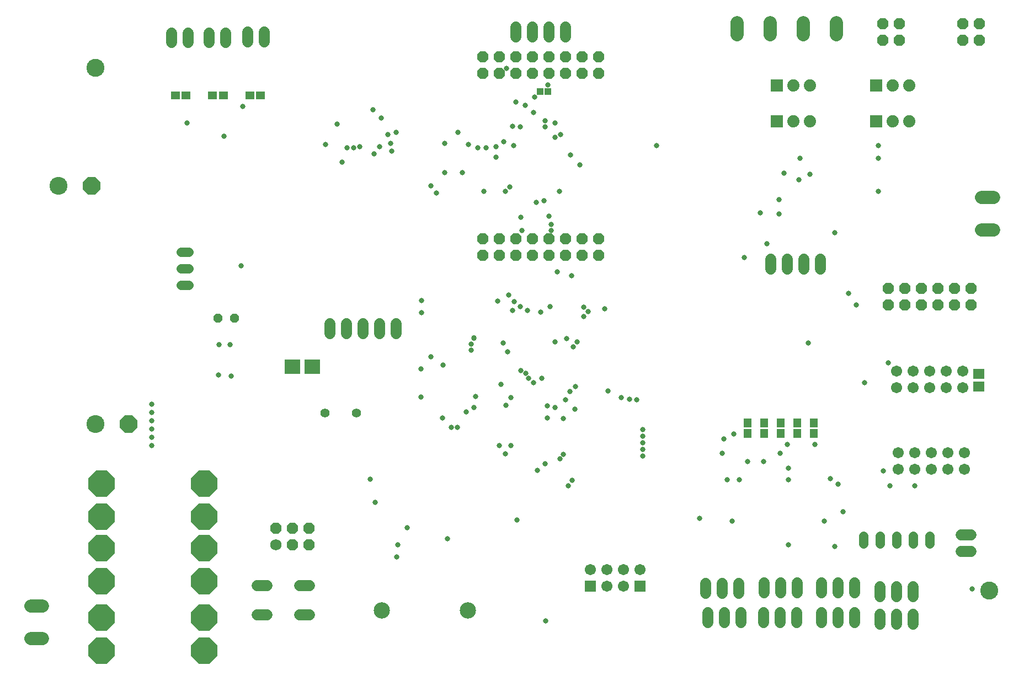
<source format=gbr>
G04 EAGLE Gerber RS-274X export*
G75*
%MOMM*%
%FSLAX34Y34*%
%LPD*%
%INSoldermask Bottom*%
%IPPOS*%
%AMOC8*
5,1,8,0,0,1.08239X$1,22.5*%
G01*
%ADD10R,1.053200X1.103200*%
%ADD11C,2.743200*%
%ADD12P,2.969212X8X22.500000*%
%ADD13R,1.703200X1.503200*%
%ADD14P,1.869504X8X202.500000*%
%ADD15C,1.703200*%
%ADD16C,1.727200*%
%ADD17P,4.343848X8X22.500000*%
%ADD18P,4.343848X8X202.500000*%
%ADD19C,1.993900*%
%ADD20R,2.403200X2.203200*%
%ADD21P,1.539592X8X202.500000*%
%ADD22C,1.422400*%
%ADD23C,1.422400*%
%ADD24R,1.458200X1.309200*%
%ADD25R,1.309200X1.458200*%
%ADD26C,1.727200*%
%ADD27P,1.869504X8X22.500000*%
%ADD28C,2.755900*%
%ADD29C,1.703200*%
%ADD30R,1.703200X1.703200*%
%ADD31R,1.879600X1.879600*%
%ADD32C,1.879600*%
%ADD33C,2.503200*%
%ADD34C,0.808000*%
%ADD35C,0.858000*%


D10*
X862880Y848360D03*
X874480Y848360D03*
D11*
X180340Y337820D03*
D12*
X231140Y337820D03*
D11*
X123190Y703580D03*
D12*
X173990Y703580D03*
D13*
X1535430Y414630D03*
X1535430Y395630D03*
D14*
X1413510Y952500D03*
X1413510Y927100D03*
X1388110Y952500D03*
X1388110Y927100D03*
D15*
X1409700Y393700D03*
X1409700Y419100D03*
X1435100Y393700D03*
X1435100Y419100D03*
X1460500Y393700D03*
X1460500Y419100D03*
X1485900Y393700D03*
X1485900Y419100D03*
X1511300Y393700D03*
X1511300Y419100D03*
X1412240Y267970D03*
X1412240Y293370D03*
X1437640Y267970D03*
X1437640Y293370D03*
X1463040Y267970D03*
X1463040Y293370D03*
X1488440Y267970D03*
X1488440Y293370D03*
X1513840Y267970D03*
X1513840Y293370D03*
D14*
X1524000Y546100D03*
X1498600Y546100D03*
X1473200Y546100D03*
X1447800Y546100D03*
X1422400Y546100D03*
X1397000Y546100D03*
X1524000Y520700D03*
X1498600Y520700D03*
X1473200Y520700D03*
X1447800Y520700D03*
X1422400Y520700D03*
X1397000Y520700D03*
D16*
X1294130Y93980D02*
X1294130Y78740D01*
X1319530Y78740D02*
X1319530Y93980D01*
X1344930Y93980D02*
X1344930Y78740D01*
X1206500Y78740D02*
X1206500Y93980D01*
X1231900Y93980D02*
X1231900Y78740D01*
X1257300Y78740D02*
X1257300Y93980D01*
X1116330Y92710D02*
X1116330Y77470D01*
X1141730Y77470D02*
X1141730Y92710D01*
X1167130Y92710D02*
X1167130Y77470D01*
D17*
X189230Y40640D03*
X346710Y40640D03*
X346710Y-10160D03*
X189230Y-10160D03*
D18*
X346710Y96520D03*
X189230Y96520D03*
X189230Y147320D03*
X346710Y147320D03*
D17*
X189230Y246380D03*
X346710Y246380D03*
X346710Y195580D03*
X189230Y195580D03*
D14*
X1536700Y952500D03*
X1536700Y927100D03*
X1511300Y952500D03*
X1511300Y927100D03*
D19*
X1540447Y635400D02*
X1558354Y635400D01*
X1558354Y685400D02*
X1540447Y685400D01*
X1316990Y935927D02*
X1316990Y953834D01*
X1266190Y953834D02*
X1266190Y935927D01*
X1215390Y935927D02*
X1215390Y953834D01*
X1164590Y953834D02*
X1164590Y935927D01*
D16*
X1508760Y167640D02*
X1524000Y167640D01*
X1524000Y142240D02*
X1508760Y142240D01*
D20*
X482840Y425450D03*
X512840Y425450D03*
D21*
X393700Y500380D03*
X368300Y500380D03*
D16*
X1384300Y45720D02*
X1384300Y30480D01*
X1409700Y30480D02*
X1409700Y45720D01*
X1435100Y45720D02*
X1435100Y30480D01*
D19*
X99124Y58020D02*
X81217Y58020D01*
X81217Y8020D02*
X99124Y8020D01*
D22*
X580390Y354330D03*
X532130Y354330D03*
D23*
X323596Y601980D02*
X311404Y601980D01*
X311404Y551180D02*
X323596Y551180D01*
X323596Y576580D02*
X311404Y576580D01*
D24*
X302890Y842010D03*
X319410Y842010D03*
X360040Y842010D03*
X376560Y842010D03*
X417190Y842010D03*
X433710Y842010D03*
D25*
X1282700Y323210D03*
X1282700Y339730D03*
X1257300Y323210D03*
X1257300Y339730D03*
X1231900Y323210D03*
X1231900Y339730D03*
X1206500Y323210D03*
X1206500Y339730D03*
X1181100Y323210D03*
X1181100Y339730D03*
D16*
X508762Y89916D02*
X493522Y89916D01*
X493522Y44704D02*
X508762Y44704D01*
X443738Y89916D02*
X428498Y89916D01*
X428498Y44704D02*
X443738Y44704D01*
X1384300Y72390D02*
X1384300Y87630D01*
X1409700Y87630D02*
X1409700Y72390D01*
X1435100Y72390D02*
X1435100Y87630D01*
D23*
X1358900Y153924D02*
X1358900Y166116D01*
X1384300Y166116D02*
X1384300Y153924D01*
X1409700Y153924D02*
X1409700Y166116D01*
X1435100Y166116D02*
X1435100Y153924D01*
X1460500Y153924D02*
X1460500Y166116D01*
D16*
X1216660Y575310D02*
X1216660Y590550D01*
X1242060Y590550D02*
X1242060Y575310D01*
X1267460Y575310D02*
X1267460Y590550D01*
X1292860Y590550D02*
X1292860Y575310D01*
D26*
X457200Y152400D03*
D27*
X482600Y152400D03*
X508000Y152400D03*
X457200Y177800D03*
X482600Y177800D03*
X508000Y177800D03*
D14*
X952500Y622300D03*
X927100Y622300D03*
X901700Y622300D03*
X876300Y622300D03*
X850900Y622300D03*
X825500Y622300D03*
X952500Y596900D03*
X927100Y596900D03*
X901700Y596900D03*
X876300Y596900D03*
X850900Y596900D03*
X825500Y596900D03*
X800100Y622300D03*
X774700Y622300D03*
X800100Y596900D03*
X774700Y596900D03*
D27*
X774700Y876300D03*
X800100Y876300D03*
X825500Y876300D03*
X850900Y876300D03*
X876300Y876300D03*
X901700Y876300D03*
X774700Y901700D03*
X800100Y901700D03*
X825500Y901700D03*
X850900Y901700D03*
X876300Y901700D03*
X901700Y901700D03*
X927100Y876300D03*
X952500Y876300D03*
X927100Y901700D03*
X952500Y901700D03*
D16*
X901700Y932180D02*
X901700Y947420D01*
X876300Y947420D02*
X876300Y932180D01*
X850900Y932180D02*
X850900Y947420D01*
X825500Y947420D02*
X825500Y932180D01*
D28*
X180340Y884936D03*
X1551940Y82296D03*
D29*
X322580Y923410D02*
X322580Y938410D01*
X297180Y938410D02*
X297180Y923410D01*
X379730Y923410D02*
X379730Y938410D01*
X354330Y938410D02*
X354330Y923410D01*
X439420Y924680D02*
X439420Y939680D01*
X414020Y939680D02*
X414020Y924680D01*
D30*
X1016000Y88900D03*
D15*
X990600Y88900D03*
X965200Y88900D03*
X965200Y114300D03*
X990600Y114300D03*
X1016000Y114300D03*
X939800Y114300D03*
D30*
X939800Y88900D03*
D31*
X1225550Y802640D03*
D32*
X1250950Y802640D03*
X1276350Y802640D03*
D31*
X1225550Y857250D03*
D32*
X1250950Y857250D03*
X1276350Y857250D03*
D31*
X1377950Y857250D03*
D32*
X1403350Y857250D03*
X1428750Y857250D03*
D31*
X1377950Y802640D03*
D32*
X1403350Y802640D03*
X1428750Y802640D03*
D33*
X620100Y52000D03*
X751500Y52000D03*
D16*
X1294130Y48260D02*
X1294130Y33020D01*
X1319530Y33020D02*
X1319530Y48260D01*
X1344930Y48260D02*
X1344930Y33020D01*
X1205230Y33020D02*
X1205230Y48260D01*
X1230630Y48260D02*
X1230630Y33020D01*
X1256030Y33020D02*
X1256030Y48260D01*
X1120140Y48260D02*
X1120140Y33020D01*
X1145540Y33020D02*
X1145540Y48260D01*
X1170940Y48260D02*
X1170940Y33020D01*
X539750Y476250D02*
X539750Y491490D01*
X565150Y491490D02*
X565150Y476250D01*
X590550Y476250D02*
X590550Y491490D01*
X615950Y491490D02*
X615950Y476250D01*
X641350Y476250D02*
X641350Y491490D01*
D34*
X817880Y378460D03*
X810260Y366162D03*
X833476Y420014D03*
X1397000Y431800D03*
X1360170Y401320D03*
X840740Y415290D03*
X845185Y408305D03*
X852170Y401320D03*
X864870Y407908D03*
X1389380Y265430D03*
X858520Y266700D03*
X404000Y580600D03*
X1314450Y631190D03*
X1525905Y84455D03*
X986790Y378460D03*
X999490Y375920D03*
X800100Y304800D03*
X1010920Y374650D03*
X1437640Y242570D03*
X1399540Y242808D03*
X808990Y292100D03*
X966470Y388620D03*
X735330Y332740D03*
X726440Y332740D03*
X644525Y152400D03*
X694690Y440690D03*
X812800Y448310D03*
X885938Y463550D03*
X820618Y511810D03*
X913130Y455930D03*
X680720Y508660D03*
X1381760Y765150D03*
X1282700Y339730D03*
X370200Y459740D03*
X368960Y412750D03*
X1257300Y339730D03*
X1231900Y339730D03*
X1206500Y339730D03*
X1181100Y339730D03*
X1284224Y306832D03*
X1319530Y245110D03*
X905510Y242570D03*
X1308100Y254000D03*
X911860Y251460D03*
X1336040Y538480D03*
X814070Y535940D03*
X1347470Y520700D03*
X822960Y525780D03*
X892810Y284480D03*
X901700Y374650D03*
X658368Y178816D03*
X609600Y217424D03*
X720090Y161290D03*
X826894Y190500D03*
X916940Y394970D03*
X712470Y346710D03*
X304160Y843280D03*
X417190Y842010D03*
X360040Y843280D03*
X713740Y428230D03*
X802640Y398780D03*
X406400Y825500D03*
X679450Y422300D03*
X513080Y425450D03*
X377190Y779780D03*
X320650Y800100D03*
X320680Y843280D03*
X377190Y842010D03*
X433710Y842010D03*
X266700Y368300D03*
X266700Y355600D03*
X266700Y342900D03*
X266700Y330200D03*
X266700Y317500D03*
X266700Y304800D03*
X482840Y425450D03*
X386720Y459740D03*
X388620Y411480D03*
X601980Y252730D03*
X1107440Y193040D03*
X642938Y133350D03*
X1298575Y188913D03*
X1327150Y203200D03*
X1157288Y188913D03*
X1236980Y722630D03*
X1276350Y721360D03*
X1200150Y661670D03*
X1261110Y746150D03*
X1210310Y614680D03*
X1259840Y713080D03*
X1229360Y681990D03*
X1381760Y746150D03*
X1229360Y660400D03*
X1381760Y695350D03*
X763270Y380008D03*
X831850Y518160D03*
X680720Y527660D03*
X679450Y379120D03*
X916305Y360363D03*
X908050Y387350D03*
X878205Y518160D03*
X903288Y469265D03*
X873443Y365760D03*
X817563Y304800D03*
X760730Y363220D03*
X749300Y356588D03*
X1282700Y323210D03*
X1314450Y150178D03*
X1257300Y323210D03*
X1243584Y152400D03*
X1243584Y251968D03*
X1243584Y270256D03*
X1231392Y292608D03*
X1150112Y251968D03*
X1231900Y323210D03*
X1242060Y306070D03*
X1205230Y280010D03*
X1168400Y251968D03*
X1206500Y323210D03*
X1144806Y315059D03*
X1141730Y292636D03*
X1273810Y462280D03*
X919480Y463550D03*
X871220Y35560D03*
X1019810Y288290D03*
X869992Y276860D03*
X1181100Y323210D03*
X1159510Y322933D03*
X1181100Y280010D03*
X1019810Y328930D03*
X898600Y346000D03*
X1019810Y319166D03*
X898282Y290830D03*
X1019810Y308808D03*
X885190Y363220D03*
X1019810Y298450D03*
X873760Y346710D03*
X911225Y565150D03*
X1176020Y593090D03*
X889000Y571500D03*
X863600Y509270D03*
X843280Y511810D03*
X806133Y461963D03*
X961390Y514350D03*
X929640Y517088D03*
X929640Y502920D03*
X935990Y510540D03*
X766763Y762000D03*
X779463Y762000D03*
X1041400Y765175D03*
X822325Y765175D03*
X879475Y644525D03*
X879475Y635000D03*
X809625Y695325D03*
X876300Y657225D03*
X892175Y695325D03*
X835025Y635000D03*
X833438Y655638D03*
X874713Y858838D03*
X606425Y820738D03*
X566738Y762000D03*
X628650Y782638D03*
X885825Y800100D03*
X635000Y757238D03*
X615950Y763588D03*
X811213Y884238D03*
X576263Y762000D03*
X825500Y831850D03*
X608013Y752475D03*
X885825Y777875D03*
X854075Y839788D03*
X585788Y763588D03*
X893763Y782638D03*
X736600Y785813D03*
X820738Y795338D03*
X633413Y768350D03*
X831850Y793750D03*
X742950Y723900D03*
X715963Y723900D03*
X703263Y692150D03*
X776288Y695325D03*
X806450Y771525D03*
X795338Y763588D03*
X839788Y827088D03*
X852488Y815975D03*
X558800Y740093D03*
X533400Y766763D03*
X619125Y808038D03*
X869950Y793750D03*
X641350Y785813D03*
X869950Y803275D03*
X715963Y768350D03*
X752475Y766763D03*
X868363Y681038D03*
X856615Y678498D03*
X815975Y701675D03*
X923290Y735965D03*
X695325Y703263D03*
X795338Y747713D03*
X909638Y750888D03*
X550863Y798513D03*
X797878Y526733D03*
D35*
X760730Y469900D03*
D34*
X757238Y460375D03*
X757238Y450850D03*
M02*

</source>
